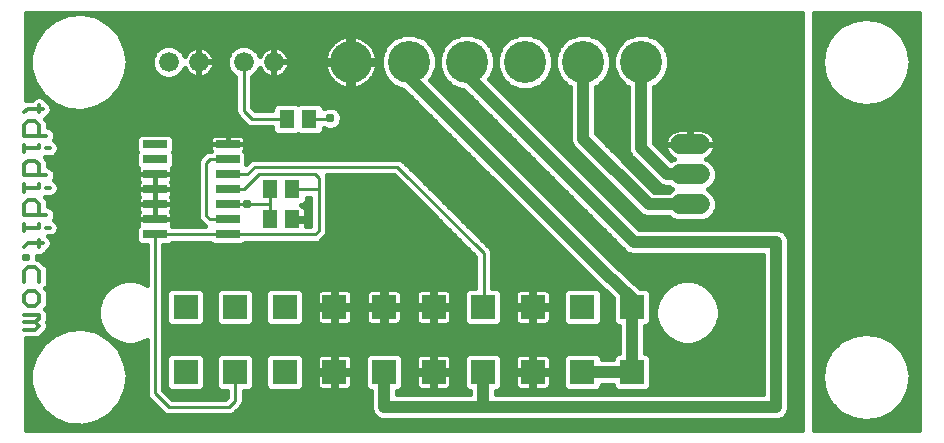
<source format=gtl>
G75*
%MOIN*%
%OFA0B0*%
%FSLAX24Y24*%
%IPPOS*%
%LPD*%
%AMOC8*
5,1,8,0,0,1.08239X$1,22.5*
%
%ADD10C,0.0130*%
%ADD11R,0.0800X0.0260*%
%ADD12C,0.0660*%
%ADD13C,0.1400*%
%ADD14R,0.0827X0.0827*%
%ADD15C,0.0660*%
%ADD16R,0.0512X0.0591*%
%ADD17C,0.0160*%
%ADD18C,0.0310*%
%ADD19C,0.0100*%
%ADD20C,0.0400*%
%ADD21C,0.2540*%
D10*
X000620Y004008D02*
X000985Y004008D01*
X001107Y004130D01*
X000985Y004252D01*
X000620Y004252D01*
X000620Y004495D02*
X001107Y004495D01*
X001107Y004373D01*
X000985Y004252D01*
X000985Y004800D02*
X000742Y004800D01*
X000620Y004922D01*
X000620Y005165D01*
X000742Y005287D01*
X000985Y005287D01*
X001107Y005165D01*
X001107Y004922D01*
X000985Y004800D01*
X001107Y005592D02*
X001107Y005957D01*
X000985Y006079D01*
X000742Y006079D01*
X000620Y005957D01*
X000620Y005592D01*
X000620Y006353D02*
X000620Y006475D01*
X000742Y006475D01*
X000742Y006353D01*
X000620Y006353D01*
X000620Y006759D02*
X000742Y006881D01*
X001229Y006881D01*
X001107Y007003D02*
X001107Y006759D01*
X000620Y007287D02*
X000620Y007531D01*
X000620Y007409D02*
X001107Y007409D01*
X001107Y007531D01*
X001351Y007409D02*
X001472Y007409D01*
X001351Y007835D02*
X000620Y007835D01*
X000620Y008201D01*
X000742Y008322D01*
X000985Y008322D01*
X001107Y008201D01*
X001107Y007835D01*
X000620Y008607D02*
X000620Y008850D01*
X000620Y008729D02*
X001107Y008729D01*
X001107Y008850D01*
X001351Y008729D02*
X001472Y008729D01*
X001351Y009155D02*
X000620Y009155D01*
X000620Y009521D01*
X000742Y009642D01*
X000985Y009642D01*
X001107Y009521D01*
X001107Y009155D01*
X001107Y010048D02*
X000620Y010048D01*
X000620Y009927D02*
X000620Y010170D01*
X000620Y010475D02*
X000620Y010840D01*
X000742Y010962D01*
X000985Y010962D01*
X001107Y010840D01*
X001107Y010475D01*
X001351Y010475D02*
X000620Y010475D01*
X001107Y010170D02*
X001107Y010048D01*
X001351Y010048D02*
X001472Y010048D01*
X001107Y011246D02*
X001107Y011490D01*
X001229Y011368D02*
X000742Y011368D01*
X000620Y011246D01*
D11*
X004970Y010180D03*
X004970Y009680D03*
X004970Y009180D03*
X004970Y008680D03*
X004970Y008180D03*
X004970Y007680D03*
X004970Y007180D03*
X007390Y007180D03*
X007390Y007680D03*
X007390Y008180D03*
X007390Y008680D03*
X007390Y009180D03*
X007390Y009680D03*
X007390Y010180D03*
D12*
X022475Y010180D02*
X023135Y010180D01*
X023135Y009180D02*
X022475Y009180D01*
X022475Y008180D02*
X023135Y008180D01*
D13*
X021180Y012930D03*
X019243Y012930D03*
X017305Y012930D03*
X015368Y012930D03*
X013430Y012930D03*
X011493Y012930D03*
D14*
X010950Y004763D03*
X012603Y004763D03*
X014257Y004763D03*
X015910Y004763D03*
X017564Y004763D03*
X019217Y004763D03*
X020871Y004763D03*
X020871Y002597D03*
X019217Y002597D03*
X017564Y002597D03*
X015910Y002597D03*
X014257Y002597D03*
X012603Y002597D03*
X010950Y002597D03*
X009296Y002597D03*
X007643Y002597D03*
X005989Y002597D03*
X005989Y004763D03*
X007643Y004763D03*
X009296Y004763D03*
D15*
X008930Y012930D03*
X007930Y012930D03*
X006430Y012930D03*
X005430Y012930D03*
D16*
X009371Y011033D03*
X010119Y011033D03*
X009554Y008680D03*
X008806Y008680D03*
X008806Y007680D03*
X009554Y007680D03*
D17*
X000660Y003713D02*
X000660Y000660D01*
X026555Y000660D01*
X026555Y014570D01*
X000660Y014570D01*
X000660Y011654D01*
X000683Y011663D01*
X000863Y011663D01*
X000940Y011740D01*
X001048Y011785D01*
X001166Y011785D01*
X001274Y011740D01*
X001357Y011657D01*
X001369Y011630D01*
X001396Y011618D01*
X001479Y011535D01*
X001524Y011427D01*
X001524Y011310D01*
X001479Y011201D01*
X001396Y011118D01*
X001369Y011107D01*
X001357Y011079D01*
X001321Y011043D01*
X001357Y011007D01*
X001402Y010899D01*
X001402Y010770D01*
X001409Y010770D01*
X001518Y010725D01*
X001601Y010642D01*
X001646Y010534D01*
X001646Y010416D01*
X001603Y010314D01*
X001639Y010299D01*
X001722Y010216D01*
X001767Y010107D01*
X001767Y009990D01*
X001722Y009881D01*
X001639Y009798D01*
X001531Y009753D01*
X001292Y009753D01*
X001291Y009754D01*
X001357Y009688D01*
X001402Y009579D01*
X001402Y009450D01*
X001409Y009450D01*
X001518Y009405D01*
X001601Y009322D01*
X001646Y009214D01*
X001646Y009097D01*
X001603Y008994D01*
X001639Y008979D01*
X001722Y008896D01*
X001767Y008787D01*
X001767Y008670D01*
X001722Y008562D01*
X001639Y008479D01*
X001531Y008434D01*
X001292Y008434D01*
X001291Y008434D01*
X001357Y008368D01*
X001402Y008259D01*
X001402Y008130D01*
X001409Y008130D01*
X001518Y008086D01*
X001601Y008003D01*
X001646Y007894D01*
X001646Y007777D01*
X001603Y007674D01*
X001639Y007659D01*
X001722Y007576D01*
X001767Y007468D01*
X001767Y007350D01*
X001722Y007242D01*
X001639Y007159D01*
X001531Y007114D01*
X001413Y007114D01*
X001479Y007048D01*
X001524Y006940D01*
X001524Y006822D01*
X001479Y006714D01*
X001396Y006631D01*
X001369Y006619D01*
X001357Y006592D01*
X001274Y006509D01*
X001166Y006464D01*
X001048Y006464D01*
X001037Y006469D01*
X001037Y006374D01*
X001044Y006374D01*
X001090Y006355D01*
X001152Y006329D01*
X001152Y006329D01*
X001154Y006327D01*
X001357Y006124D01*
X001402Y006016D01*
X001402Y005533D01*
X001357Y005425D01*
X001311Y005378D01*
X001357Y005332D01*
X001402Y005224D01*
X001402Y004863D01*
X001357Y004755D01*
X001311Y004708D01*
X001357Y004662D01*
X001402Y004554D01*
X001402Y004315D01*
X001376Y004252D01*
X001402Y004188D01*
X001402Y004071D01*
X001383Y004025D01*
X001357Y003963D01*
X001357Y003963D01*
X001356Y003961D01*
X001274Y003880D01*
X001274Y003880D01*
X001235Y003841D01*
X001152Y003758D01*
X001044Y003713D01*
X000660Y003713D01*
X000660Y003667D02*
X001396Y003667D01*
X001235Y003539D02*
X000961Y003137D01*
X000818Y002673D01*
X000818Y002187D01*
X000961Y001723D01*
X000961Y001723D01*
X001235Y001321D01*
X001615Y001018D01*
X002067Y000841D01*
X002552Y000805D01*
X003026Y000913D01*
X003446Y001156D01*
X003777Y001512D01*
X003988Y001950D01*
X004060Y002430D01*
X003988Y002910D01*
X003777Y003348D01*
X003777Y003348D01*
X003446Y003704D01*
X003026Y003947D01*
X003026Y003947D01*
X002552Y004055D01*
X002067Y004019D01*
X001615Y003842D01*
X001235Y003539D01*
X001235Y003539D01*
X001215Y003509D02*
X000660Y003509D01*
X000660Y003350D02*
X001106Y003350D01*
X000998Y003192D02*
X000660Y003192D01*
X000660Y003033D02*
X000929Y003033D01*
X000961Y003137D02*
X000961Y003137D01*
X000880Y002875D02*
X000660Y002875D01*
X000660Y002716D02*
X000831Y002716D01*
X000818Y002558D02*
X000660Y002558D01*
X000660Y002399D02*
X000818Y002399D01*
X000818Y002241D02*
X000660Y002241D01*
X000660Y002082D02*
X000851Y002082D01*
X000900Y001924D02*
X000660Y001924D01*
X000660Y001765D02*
X000948Y001765D01*
X001041Y001607D02*
X000660Y001607D01*
X000660Y001448D02*
X001149Y001448D01*
X001235Y001321D02*
X001235Y001321D01*
X001235Y001321D01*
X001275Y001290D02*
X000660Y001290D01*
X000660Y001131D02*
X001474Y001131D01*
X001615Y001018D02*
X001615Y001018D01*
X001732Y000973D02*
X000660Y000973D01*
X000660Y000814D02*
X002426Y000814D01*
X002593Y000814D02*
X026555Y000814D01*
X026555Y000973D02*
X003129Y000973D01*
X003026Y000913D02*
X003026Y000913D01*
X003404Y001131D02*
X012294Y001131D01*
X012239Y001186D02*
X012360Y001065D01*
X012518Y001000D01*
X025766Y001000D01*
X025924Y001065D01*
X026045Y001186D01*
X026110Y001344D01*
X026110Y007016D01*
X026045Y007174D01*
X025924Y007295D01*
X025766Y007360D01*
X021108Y007360D01*
X016110Y012358D01*
X016156Y012403D01*
X016297Y012745D01*
X016297Y013115D01*
X016156Y013457D01*
X015894Y013718D01*
X015552Y013860D01*
X015183Y013860D01*
X014841Y013718D01*
X014579Y013457D01*
X014438Y013115D01*
X014438Y012745D01*
X014579Y012403D01*
X014841Y012142D01*
X015183Y012000D01*
X015252Y012000D01*
X020686Y006565D01*
X020844Y006500D01*
X025250Y006500D01*
X025250Y001860D01*
X016340Y001860D01*
X016340Y001954D01*
X016419Y001954D01*
X016554Y002089D01*
X016554Y003106D01*
X016419Y003241D01*
X015402Y003241D01*
X015267Y003106D01*
X015267Y002089D01*
X015402Y001954D01*
X015480Y001954D01*
X015480Y001860D01*
X013033Y001860D01*
X013033Y001954D01*
X013112Y001954D01*
X013247Y002089D01*
X013247Y003106D01*
X013112Y003241D01*
X012095Y003241D01*
X011960Y003106D01*
X011960Y002089D01*
X012095Y001954D01*
X012173Y001954D01*
X012173Y001344D01*
X012239Y001186D01*
X012196Y001290D02*
X007685Y001290D01*
X007589Y001193D02*
X007801Y001405D01*
X007880Y001484D01*
X007923Y001587D01*
X007923Y001954D01*
X008151Y001954D01*
X008286Y002089D01*
X008286Y003106D01*
X008151Y003241D01*
X007134Y003241D01*
X006999Y003106D01*
X006999Y002089D01*
X007134Y001954D01*
X007363Y001954D01*
X007363Y001759D01*
X007314Y001710D01*
X005546Y001710D01*
X005250Y002006D01*
X005250Y006820D01*
X005465Y006820D01*
X005545Y006900D01*
X006815Y006900D01*
X006895Y006820D01*
X007885Y006820D01*
X007965Y006900D01*
X010361Y006900D01*
X010464Y006943D01*
X010542Y007021D01*
X010667Y007146D01*
X010710Y007249D01*
X010710Y008736D01*
X010710Y009111D01*
X010694Y009150D01*
X012939Y009150D01*
X015650Y006439D01*
X015650Y005406D01*
X015402Y005406D01*
X015267Y005271D01*
X015267Y004254D01*
X015402Y004119D01*
X016419Y004119D01*
X016554Y004254D01*
X016554Y005271D01*
X016419Y005406D01*
X016210Y005406D01*
X016210Y006611D01*
X016167Y006714D01*
X016089Y006792D01*
X013292Y009589D01*
X013214Y009667D01*
X013111Y009710D01*
X008249Y009710D01*
X008146Y009667D01*
X008068Y009589D01*
X008020Y009541D01*
X008020Y009905D01*
X007953Y009972D01*
X007958Y009981D01*
X007970Y010026D01*
X007970Y010180D01*
X007970Y010334D01*
X007958Y010379D01*
X007934Y010421D01*
X007901Y010454D01*
X007859Y010478D01*
X007814Y010490D01*
X007390Y010490D01*
X007390Y010180D01*
X007390Y010180D01*
X007970Y010180D01*
X007390Y010180D01*
X007390Y010180D01*
X007390Y010180D01*
X006810Y010180D01*
X006810Y010334D01*
X006822Y010379D01*
X006846Y010421D01*
X006879Y010454D01*
X006921Y010478D01*
X006966Y010490D01*
X007390Y010490D01*
X007390Y010180D01*
X006810Y010180D01*
X006810Y010026D01*
X006822Y009981D01*
X006827Y009972D01*
X006815Y009960D01*
X006749Y009960D01*
X006646Y009917D01*
X006521Y009792D01*
X006443Y009714D01*
X006400Y009611D01*
X006400Y007749D01*
X006443Y007646D01*
X006568Y007521D01*
X006629Y007460D01*
X005545Y007460D01*
X005533Y007472D01*
X005538Y007481D01*
X005550Y007526D01*
X005550Y007680D01*
X005550Y007834D01*
X005538Y007879D01*
X005514Y007921D01*
X005505Y007930D01*
X005514Y007939D01*
X005538Y007981D01*
X005550Y008026D01*
X005550Y008180D01*
X005550Y008334D01*
X005538Y008379D01*
X005514Y008421D01*
X005505Y008430D01*
X005514Y008439D01*
X005538Y008481D01*
X005550Y008526D01*
X005550Y008680D01*
X005550Y008834D01*
X005538Y008879D01*
X005514Y008921D01*
X005505Y008930D01*
X005514Y008939D01*
X005538Y008981D01*
X005550Y009026D01*
X005550Y009180D01*
X005550Y009334D01*
X005538Y009379D01*
X005533Y009388D01*
X005600Y009455D01*
X005600Y009905D01*
X005575Y009930D01*
X005600Y009955D01*
X005600Y010405D01*
X005465Y010540D01*
X004475Y010540D01*
X004340Y010405D01*
X004340Y009955D01*
X004365Y009930D01*
X004340Y009905D01*
X004340Y009455D01*
X004407Y009388D01*
X004402Y009379D01*
X004390Y009334D01*
X004390Y009180D01*
X004970Y009180D01*
X005550Y009180D01*
X004970Y009180D01*
X004970Y009180D01*
X004970Y009180D01*
X004970Y008870D01*
X004970Y008680D01*
X005550Y008680D01*
X004970Y008680D01*
X004970Y008680D01*
X004970Y008680D01*
X004970Y008680D01*
X004390Y008680D01*
X004390Y008834D01*
X004402Y008879D01*
X004426Y008921D01*
X004435Y008930D01*
X004426Y008939D01*
X004402Y008981D01*
X004390Y009026D01*
X004390Y009180D01*
X004970Y009180D01*
X004970Y009180D01*
X004970Y008680D01*
X004970Y008370D01*
X004970Y008180D01*
X005550Y008180D01*
X004970Y008180D01*
X004970Y008180D01*
X004970Y008180D01*
X004970Y008180D01*
X004390Y008180D01*
X004390Y008334D01*
X004402Y008379D01*
X004426Y008421D01*
X004435Y008430D01*
X004426Y008439D01*
X004402Y008481D01*
X004390Y008526D01*
X004390Y008680D01*
X004970Y008680D01*
X004970Y008680D01*
X004970Y008180D01*
X004970Y007990D01*
X004970Y007680D01*
X005550Y007680D01*
X004970Y007680D01*
X004970Y007680D01*
X004970Y007680D01*
X004970Y007680D01*
X004390Y007680D01*
X004390Y007834D01*
X004402Y007879D01*
X004426Y007921D01*
X004435Y007930D01*
X004426Y007939D01*
X004402Y007981D01*
X004390Y008026D01*
X004390Y008180D01*
X004970Y008180D01*
X004970Y008180D01*
X004970Y007680D01*
X004390Y007680D01*
X004390Y007526D01*
X004402Y007481D01*
X004407Y007472D01*
X004340Y007405D01*
X004340Y006955D01*
X004475Y006820D01*
X004690Y006820D01*
X004690Y005499D01*
X004552Y005579D01*
X004280Y005652D01*
X003998Y005652D01*
X003725Y005579D01*
X003481Y005438D01*
X003282Y005239D01*
X003141Y004995D01*
X003068Y004723D01*
X003068Y004441D01*
X003141Y004168D01*
X003282Y003924D01*
X003481Y003725D01*
X003725Y003584D01*
X003998Y003511D01*
X004280Y003511D01*
X004552Y003584D01*
X004690Y003664D01*
X004690Y001834D01*
X004733Y001731D01*
X005193Y001271D01*
X005271Y001193D01*
X005374Y001150D01*
X007486Y001150D01*
X007589Y001193D01*
X007844Y001448D02*
X012173Y001448D01*
X012173Y001607D02*
X007923Y001607D01*
X007923Y001765D02*
X012173Y001765D01*
X012173Y001924D02*
X007923Y001924D01*
X008279Y002082D02*
X008659Y002082D01*
X008653Y002089D02*
X008787Y001954D01*
X009805Y001954D01*
X009940Y002089D01*
X009940Y003106D01*
X009805Y003241D01*
X008787Y003241D01*
X008653Y003106D01*
X008653Y002089D01*
X008653Y002241D02*
X008286Y002241D01*
X008286Y002399D02*
X008653Y002399D01*
X008653Y002558D02*
X008286Y002558D01*
X008286Y002716D02*
X008653Y002716D01*
X008653Y002875D02*
X008286Y002875D01*
X008286Y003033D02*
X008653Y003033D01*
X008738Y003192D02*
X008200Y003192D01*
X007085Y003192D02*
X006547Y003192D01*
X006498Y003241D02*
X006632Y003106D01*
X006632Y002089D01*
X006498Y001954D01*
X005480Y001954D01*
X005346Y002089D01*
X005346Y003106D01*
X005480Y003241D01*
X006498Y003241D01*
X006632Y003033D02*
X006999Y003033D01*
X006999Y002875D02*
X006632Y002875D01*
X006632Y002716D02*
X006999Y002716D01*
X006999Y002558D02*
X006632Y002558D01*
X006632Y002399D02*
X006999Y002399D01*
X006999Y002241D02*
X006632Y002241D01*
X006626Y002082D02*
X007006Y002082D01*
X007363Y001924D02*
X005332Y001924D01*
X005352Y002082D02*
X005250Y002082D01*
X005250Y002241D02*
X005346Y002241D01*
X005346Y002399D02*
X005250Y002399D01*
X005250Y002558D02*
X005346Y002558D01*
X005346Y002716D02*
X005250Y002716D01*
X005250Y002875D02*
X005346Y002875D01*
X005346Y003033D02*
X005250Y003033D01*
X005250Y003192D02*
X005431Y003192D01*
X005250Y003350D02*
X020441Y003350D01*
X020441Y003241D02*
X020362Y003241D01*
X020228Y003106D01*
X020228Y003027D01*
X019861Y003027D01*
X019861Y003106D01*
X019726Y003241D01*
X018709Y003241D01*
X018574Y003106D01*
X018574Y002089D01*
X018709Y001954D01*
X019726Y001954D01*
X019861Y002089D01*
X019861Y002167D01*
X020228Y002167D01*
X020228Y002089D01*
X020362Y001954D01*
X021380Y001954D01*
X021514Y002089D01*
X021514Y003106D01*
X021380Y003241D01*
X021301Y003241D01*
X021301Y004119D01*
X021380Y004119D01*
X021514Y004254D01*
X021514Y005271D01*
X021380Y005406D01*
X021128Y005406D01*
X021115Y005420D01*
X021107Y005423D01*
X020229Y006240D01*
X014142Y012326D01*
X014218Y012403D01*
X014360Y012745D01*
X014360Y013115D01*
X014218Y013457D01*
X013957Y013718D01*
X013615Y013860D01*
X013245Y013860D01*
X012903Y013718D01*
X012642Y013457D01*
X012500Y013115D01*
X012500Y012745D01*
X012642Y012403D01*
X012903Y012142D01*
X013245Y012000D01*
X013252Y012000D01*
X019571Y005681D01*
X019575Y005673D01*
X019631Y005620D01*
X019686Y005565D01*
X019694Y005562D01*
X020228Y005066D01*
X020228Y004254D01*
X020362Y004119D01*
X020441Y004119D01*
X020441Y003241D01*
X020313Y003192D02*
X019775Y003192D01*
X019861Y003033D02*
X020228Y003033D01*
X021301Y003350D02*
X025250Y003350D01*
X025250Y003192D02*
X021429Y003192D01*
X021514Y003033D02*
X025250Y003033D01*
X025250Y002875D02*
X021514Y002875D01*
X021514Y002716D02*
X025250Y002716D01*
X025250Y002558D02*
X021514Y002558D01*
X021514Y002399D02*
X025250Y002399D01*
X025250Y002241D02*
X021514Y002241D01*
X021508Y002082D02*
X025250Y002082D01*
X025250Y001924D02*
X016340Y001924D01*
X016547Y002082D02*
X017001Y002082D01*
X017006Y002073D02*
X017040Y002040D01*
X017081Y002016D01*
X017127Y002004D01*
X017506Y002004D01*
X017506Y002540D01*
X016970Y002540D01*
X016970Y002160D01*
X016983Y002114D01*
X017006Y002073D01*
X016970Y002241D02*
X016554Y002241D01*
X016554Y002399D02*
X016970Y002399D01*
X016554Y002558D02*
X017506Y002558D01*
X017506Y002540D02*
X017506Y002655D01*
X016970Y002655D01*
X016970Y003034D01*
X016983Y003080D01*
X017006Y003121D01*
X017040Y003155D01*
X017081Y003178D01*
X017127Y003191D01*
X017506Y003191D01*
X017506Y002655D01*
X017622Y002655D01*
X018157Y002655D01*
X018157Y003034D01*
X018145Y003080D01*
X018121Y003121D01*
X018088Y003155D01*
X018047Y003178D01*
X018001Y003191D01*
X017622Y003191D01*
X017622Y002655D01*
X017622Y002540D01*
X018157Y002540D01*
X018157Y002160D01*
X018145Y002114D01*
X018121Y002073D01*
X018088Y002040D01*
X018047Y002016D01*
X018001Y002004D01*
X017622Y002004D01*
X017622Y002540D01*
X017506Y002540D01*
X017622Y002558D02*
X018574Y002558D01*
X018574Y002716D02*
X018157Y002716D01*
X018157Y002875D02*
X018574Y002875D01*
X018574Y003033D02*
X018157Y003033D01*
X018660Y003192D02*
X016468Y003192D01*
X016554Y003033D02*
X016970Y003033D01*
X016970Y002875D02*
X016554Y002875D01*
X016554Y002716D02*
X016970Y002716D01*
X017506Y002716D02*
X017622Y002716D01*
X017622Y002875D02*
X017506Y002875D01*
X017506Y003033D02*
X017622Y003033D01*
X017622Y002399D02*
X017506Y002399D01*
X017506Y002241D02*
X017622Y002241D01*
X017622Y002082D02*
X017506Y002082D01*
X018126Y002082D02*
X018581Y002082D01*
X018574Y002241D02*
X018157Y002241D01*
X018157Y002399D02*
X018574Y002399D01*
X019854Y002082D02*
X020234Y002082D01*
X020441Y003509D02*
X005250Y003509D01*
X005250Y003667D02*
X020441Y003667D01*
X020441Y003826D02*
X005250Y003826D01*
X005250Y003984D02*
X020441Y003984D01*
X020339Y004143D02*
X019749Y004143D01*
X019726Y004119D02*
X019861Y004254D01*
X019861Y005271D01*
X019726Y005406D01*
X018709Y005406D01*
X018574Y005271D01*
X018574Y004254D01*
X018709Y004119D01*
X019726Y004119D01*
X019861Y004301D02*
X020228Y004301D01*
X020228Y004460D02*
X019861Y004460D01*
X019861Y004618D02*
X020228Y004618D01*
X020228Y004777D02*
X019861Y004777D01*
X019861Y004935D02*
X020228Y004935D01*
X020198Y005094D02*
X019861Y005094D01*
X019861Y005252D02*
X020028Y005252D01*
X019857Y005411D02*
X016210Y005411D01*
X016210Y005569D02*
X019683Y005569D01*
X019524Y005728D02*
X016210Y005728D01*
X016210Y005886D02*
X019366Y005886D01*
X019207Y006045D02*
X016210Y006045D01*
X016210Y006203D02*
X019049Y006203D01*
X018890Y006362D02*
X016210Y006362D01*
X016210Y006520D02*
X018732Y006520D01*
X018573Y006679D02*
X016182Y006679D01*
X016044Y006837D02*
X018415Y006837D01*
X018256Y006996D02*
X015885Y006996D01*
X015727Y007154D02*
X018098Y007154D01*
X017939Y007313D02*
X015568Y007313D01*
X015410Y007471D02*
X017781Y007471D01*
X017622Y007630D02*
X015251Y007630D01*
X015093Y007788D02*
X017464Y007788D01*
X017305Y007947D02*
X014934Y007947D01*
X014776Y008105D02*
X017147Y008105D01*
X016988Y008264D02*
X014617Y008264D01*
X014459Y008422D02*
X016830Y008422D01*
X016671Y008581D02*
X014300Y008581D01*
X014142Y008739D02*
X016513Y008739D01*
X016354Y008898D02*
X013983Y008898D01*
X013825Y009056D02*
X016196Y009056D01*
X016037Y009215D02*
X013666Y009215D01*
X013508Y009373D02*
X015879Y009373D01*
X015720Y009532D02*
X013349Y009532D01*
X013159Y009690D02*
X015562Y009690D01*
X015403Y009849D02*
X008020Y009849D01*
X008020Y009690D02*
X008201Y009690D01*
X007965Y010007D02*
X015245Y010007D01*
X015086Y010166D02*
X007970Y010166D01*
X007970Y010324D02*
X014928Y010324D01*
X014769Y010483D02*
X007842Y010483D01*
X008044Y010795D02*
X008147Y010753D01*
X008885Y010753D01*
X008885Y010642D01*
X009020Y010507D01*
X009722Y010507D01*
X009745Y010530D01*
X009768Y010507D01*
X010470Y010507D01*
X010605Y010642D01*
X010605Y010721D01*
X010728Y010670D01*
X010882Y010670D01*
X011023Y010729D01*
X011131Y010837D01*
X011190Y010978D01*
X011190Y011132D01*
X011131Y011273D01*
X011023Y011381D01*
X010882Y011440D01*
X010728Y011440D01*
X010605Y011389D01*
X010605Y011423D01*
X010470Y011558D01*
X009768Y011558D01*
X009745Y011535D01*
X009722Y011558D01*
X009020Y011558D01*
X008885Y011423D01*
X008885Y011312D01*
X008318Y011312D01*
X008210Y011421D01*
X008210Y012440D01*
X008247Y012455D01*
X008405Y012613D01*
X008456Y012737D01*
X008457Y012734D01*
X008494Y012663D01*
X008541Y012598D01*
X008598Y012541D01*
X008663Y012494D01*
X008734Y012457D01*
X008811Y012433D01*
X008890Y012420D01*
X008912Y012420D01*
X008912Y012912D01*
X008948Y012912D01*
X008948Y012948D01*
X008912Y012948D01*
X008912Y013440D01*
X008890Y013440D01*
X008811Y013427D01*
X008734Y013403D01*
X008663Y013366D01*
X008598Y013319D01*
X008541Y013262D01*
X008494Y013197D01*
X008457Y013126D01*
X008456Y013123D01*
X008405Y013247D01*
X008247Y013405D01*
X008041Y013490D01*
X007819Y013490D01*
X007613Y013405D01*
X007455Y013247D01*
X007370Y013041D01*
X007370Y012819D01*
X007455Y012613D01*
X007613Y012455D01*
X007650Y012440D01*
X007650Y011249D01*
X007693Y011146D01*
X007771Y011068D01*
X008044Y010795D01*
X008040Y010800D02*
X001402Y010800D01*
X001378Y010958D02*
X007881Y010958D01*
X007723Y011117D02*
X001392Y011117D01*
X001510Y011275D02*
X007650Y011275D01*
X007650Y011434D02*
X003062Y011434D01*
X003026Y011413D02*
X003446Y011656D01*
X003777Y012012D01*
X003988Y012450D01*
X004060Y012930D01*
X003988Y013410D01*
X003777Y013848D01*
X003777Y013848D01*
X003446Y014204D01*
X003026Y014447D01*
X003026Y014447D01*
X002552Y014555D01*
X002067Y014519D01*
X001615Y014342D01*
X001235Y014039D01*
X001235Y014039D01*
X001235Y014039D01*
X000961Y013637D01*
X000818Y013173D01*
X000818Y012687D01*
X000961Y012223D01*
X000961Y012223D01*
X001235Y011821D01*
X001615Y011518D01*
X002067Y011341D01*
X002067Y011341D01*
X002552Y011305D01*
X003026Y011413D01*
X003026Y011413D01*
X002552Y011305D02*
X002552Y011305D01*
X003336Y011592D02*
X007650Y011592D01*
X007650Y011751D02*
X003534Y011751D01*
X003446Y011656D02*
X003446Y011656D01*
X003446Y011656D01*
X003681Y011909D02*
X007650Y011909D01*
X007650Y012068D02*
X003804Y012068D01*
X003777Y012012D02*
X003777Y012012D01*
X003880Y012226D02*
X007650Y012226D01*
X007650Y012385D02*
X005576Y012385D01*
X005541Y012370D02*
X005747Y012455D01*
X005905Y012613D01*
X005956Y012737D01*
X005957Y012734D01*
X005994Y012663D01*
X006041Y012598D01*
X006098Y012541D01*
X006163Y012494D01*
X006234Y012457D01*
X006311Y012433D01*
X006390Y012420D01*
X006412Y012420D01*
X006412Y012912D01*
X006448Y012912D01*
X006448Y012948D01*
X006412Y012948D01*
X006412Y013440D01*
X006390Y013440D01*
X006311Y013427D01*
X006234Y013403D01*
X006163Y013366D01*
X006098Y013319D01*
X006041Y013262D01*
X005994Y013197D01*
X005957Y013126D01*
X005956Y013123D01*
X005905Y013247D01*
X005747Y013405D01*
X005541Y013490D01*
X005319Y013490D01*
X005113Y013405D01*
X004955Y013247D01*
X004870Y013041D01*
X004870Y012819D01*
X004955Y012613D01*
X005113Y012455D01*
X005319Y012370D01*
X005541Y012370D01*
X005284Y012385D02*
X003956Y012385D01*
X003988Y012450D02*
X003988Y012450D01*
X004002Y012543D02*
X005025Y012543D01*
X004918Y012702D02*
X004026Y012702D01*
X004049Y012860D02*
X004870Y012860D01*
X004870Y013019D02*
X004047Y013019D01*
X004023Y013177D02*
X004926Y013177D01*
X005044Y013336D02*
X003999Y013336D01*
X003988Y013410D02*
X003988Y013410D01*
X003947Y013494D02*
X010816Y013494D01*
X010829Y013511D02*
X010759Y013420D01*
X010702Y013320D01*
X010657Y013213D01*
X010628Y013102D01*
X010615Y013010D01*
X011412Y013010D01*
X011412Y012850D01*
X010615Y012850D01*
X010628Y012758D01*
X010657Y012647D01*
X010702Y012540D01*
X010759Y012440D01*
X010829Y012349D01*
X010911Y012267D01*
X011003Y012197D01*
X011102Y012139D01*
X011209Y012095D01*
X011320Y012065D01*
X011413Y012053D01*
X011413Y012850D01*
X011572Y012850D01*
X011572Y012053D01*
X011665Y012065D01*
X011776Y012095D01*
X011883Y012139D01*
X011982Y012197D01*
X012074Y012267D01*
X012156Y012349D01*
X012226Y012440D01*
X012283Y012540D01*
X012328Y012647D01*
X012357Y012758D01*
X012370Y012850D01*
X011573Y012850D01*
X011573Y013010D01*
X012370Y013010D01*
X012357Y013102D01*
X012328Y013213D01*
X012283Y013320D01*
X012226Y013420D01*
X012156Y013511D01*
X012074Y013593D01*
X011982Y013663D01*
X011883Y013721D01*
X011776Y013765D01*
X011665Y013795D01*
X011572Y013807D01*
X011572Y013010D01*
X011413Y013010D01*
X011413Y013807D01*
X011320Y013795D01*
X011209Y013765D01*
X011102Y013721D01*
X011003Y013663D01*
X010911Y013593D01*
X010829Y013511D01*
X010710Y013336D02*
X009240Y013336D01*
X009262Y013319D02*
X009197Y013366D01*
X009126Y013403D01*
X009049Y013427D01*
X008970Y013440D01*
X008948Y013440D01*
X008948Y012948D01*
X009440Y012948D01*
X009440Y012970D01*
X009427Y013049D01*
X009403Y013126D01*
X009366Y013197D01*
X009319Y013262D01*
X009262Y013319D01*
X009377Y013177D02*
X010648Y013177D01*
X010617Y013019D02*
X009432Y013019D01*
X009440Y012912D02*
X008948Y012912D01*
X008948Y012420D01*
X008970Y012420D01*
X009049Y012433D01*
X009126Y012457D01*
X009197Y012494D01*
X009262Y012541D01*
X009319Y012598D01*
X009366Y012663D01*
X009403Y012734D01*
X009427Y012811D01*
X009440Y012890D01*
X009440Y012912D01*
X009435Y012860D02*
X011412Y012860D01*
X011413Y012702D02*
X011572Y012702D01*
X011573Y012860D02*
X012500Y012860D01*
X012500Y013019D02*
X012368Y013019D01*
X012337Y013177D02*
X012526Y013177D01*
X012591Y013336D02*
X012275Y013336D01*
X012169Y013494D02*
X012679Y013494D01*
X012837Y013653D02*
X011996Y013653D01*
X011572Y013653D02*
X011413Y013653D01*
X011413Y013494D02*
X011572Y013494D01*
X011572Y013336D02*
X011413Y013336D01*
X011413Y013177D02*
X011572Y013177D01*
X011572Y013019D02*
X011413Y013019D01*
X010643Y012702D02*
X009386Y012702D01*
X009264Y012543D02*
X010700Y012543D01*
X010802Y012385D02*
X008210Y012385D01*
X008210Y012226D02*
X010964Y012226D01*
X011311Y012068D02*
X008210Y012068D01*
X008210Y011909D02*
X013343Y011909D01*
X013501Y011751D02*
X008210Y011751D01*
X008210Y011592D02*
X013660Y011592D01*
X013818Y011434D02*
X010897Y011434D01*
X010713Y011434D02*
X010594Y011434D01*
X011129Y011275D02*
X013977Y011275D01*
X014135Y011117D02*
X011190Y011117D01*
X011182Y010958D02*
X014294Y010958D01*
X014452Y010800D02*
X011094Y010800D01*
X010604Y010641D02*
X014611Y010641D01*
X015352Y011117D02*
X016135Y011117D01*
X016294Y010958D02*
X015510Y010958D01*
X015669Y010800D02*
X016452Y010800D01*
X016611Y010641D02*
X015827Y010641D01*
X015986Y010483D02*
X016769Y010483D01*
X016928Y010324D02*
X016144Y010324D01*
X016303Y010166D02*
X017086Y010166D01*
X017245Y010007D02*
X016461Y010007D01*
X016620Y009849D02*
X017403Y009849D01*
X017562Y009690D02*
X016778Y009690D01*
X016937Y009532D02*
X017720Y009532D01*
X017879Y009373D02*
X017095Y009373D01*
X017254Y009215D02*
X018037Y009215D01*
X018196Y009056D02*
X017412Y009056D01*
X017571Y008898D02*
X018354Y008898D01*
X018513Y008739D02*
X017729Y008739D01*
X017888Y008581D02*
X018671Y008581D01*
X018830Y008422D02*
X018046Y008422D01*
X018205Y008264D02*
X018988Y008264D01*
X019147Y008105D02*
X018363Y008105D01*
X018522Y007947D02*
X019305Y007947D01*
X019464Y007788D02*
X018680Y007788D01*
X018839Y007630D02*
X019622Y007630D01*
X019781Y007471D02*
X018997Y007471D01*
X019156Y007313D02*
X019939Y007313D01*
X020098Y007154D02*
X019314Y007154D01*
X019473Y006996D02*
X020256Y006996D01*
X020415Y006837D02*
X019631Y006837D01*
X019790Y006679D02*
X020573Y006679D01*
X020796Y006520D02*
X019948Y006520D01*
X020107Y006362D02*
X025250Y006362D01*
X025250Y006203D02*
X020268Y006203D01*
X020438Y006045D02*
X025250Y006045D01*
X025250Y005886D02*
X020609Y005886D01*
X020779Y005728D02*
X025250Y005728D01*
X025250Y005569D02*
X023152Y005569D01*
X023135Y005579D02*
X022862Y005652D01*
X022580Y005652D01*
X022308Y005579D01*
X022064Y005438D01*
X021865Y005239D01*
X021724Y004995D01*
X021651Y004723D01*
X021651Y004441D01*
X021724Y004168D01*
X021865Y003924D01*
X022064Y003725D01*
X022308Y003584D01*
X022580Y003511D01*
X022862Y003511D01*
X023135Y003584D01*
X023379Y003725D01*
X023578Y003924D01*
X023719Y004168D01*
X023792Y004441D01*
X023792Y004723D01*
X023719Y004995D01*
X023578Y005239D01*
X023379Y005438D01*
X023135Y005579D01*
X023406Y005411D02*
X025250Y005411D01*
X025250Y005252D02*
X023565Y005252D01*
X023662Y005094D02*
X025250Y005094D01*
X025250Y004935D02*
X023735Y004935D01*
X023777Y004777D02*
X025250Y004777D01*
X025250Y004618D02*
X023792Y004618D01*
X023792Y004460D02*
X025250Y004460D01*
X025250Y004301D02*
X023754Y004301D01*
X023704Y004143D02*
X025250Y004143D01*
X025250Y003984D02*
X023612Y003984D01*
X023479Y003826D02*
X025250Y003826D01*
X025250Y003667D02*
X023278Y003667D01*
X022164Y003667D02*
X021301Y003667D01*
X021301Y003509D02*
X025250Y003509D01*
X026110Y003509D02*
X026555Y003509D01*
X026555Y003667D02*
X026110Y003667D01*
X026110Y003826D02*
X026555Y003826D01*
X026555Y003984D02*
X026110Y003984D01*
X026110Y004143D02*
X026555Y004143D01*
X026555Y004301D02*
X026110Y004301D01*
X026110Y004460D02*
X026555Y004460D01*
X026555Y004618D02*
X026110Y004618D01*
X026110Y004777D02*
X026555Y004777D01*
X026555Y004935D02*
X026110Y004935D01*
X026110Y005094D02*
X026555Y005094D01*
X026555Y005252D02*
X026110Y005252D01*
X026110Y005411D02*
X026555Y005411D01*
X026555Y005569D02*
X026110Y005569D01*
X026110Y005728D02*
X026555Y005728D01*
X026555Y005886D02*
X026110Y005886D01*
X026110Y006045D02*
X026555Y006045D01*
X026555Y006203D02*
X026110Y006203D01*
X026110Y006362D02*
X026555Y006362D01*
X026555Y006520D02*
X026110Y006520D01*
X026110Y006679D02*
X026555Y006679D01*
X026555Y006837D02*
X026110Y006837D01*
X026110Y006996D02*
X026555Y006996D01*
X026555Y007154D02*
X026053Y007154D01*
X025880Y007313D02*
X026555Y007313D01*
X026555Y007471D02*
X020997Y007471D01*
X020839Y007630D02*
X022341Y007630D01*
X022364Y007620D02*
X023246Y007620D01*
X023452Y007705D01*
X023610Y007863D01*
X023695Y008069D01*
X023695Y008291D01*
X023610Y008497D01*
X023452Y008655D01*
X023391Y008680D01*
X023452Y008705D01*
X023610Y008863D01*
X023695Y009069D01*
X023695Y009291D01*
X023610Y009497D01*
X023452Y009655D01*
X023328Y009706D01*
X023331Y009707D01*
X023402Y009744D01*
X023467Y009791D01*
X023524Y009848D01*
X023571Y009913D01*
X023608Y009984D01*
X023632Y010061D01*
X023645Y010140D01*
X023645Y010150D01*
X022835Y010150D01*
X022835Y010210D01*
X022775Y010210D01*
X022775Y010690D01*
X022435Y010690D01*
X022356Y010677D01*
X022279Y010653D01*
X022208Y010616D01*
X022143Y010569D01*
X022086Y010512D01*
X022039Y010447D01*
X022002Y010376D01*
X021978Y010299D01*
X021965Y010220D01*
X021965Y010210D01*
X022775Y010210D01*
X022775Y010150D01*
X021965Y010150D01*
X021965Y010140D01*
X021978Y010061D01*
X022002Y009984D01*
X022039Y009913D01*
X022086Y009848D01*
X022143Y009791D01*
X022208Y009744D01*
X022279Y009707D01*
X022282Y009706D01*
X022179Y009664D01*
X021610Y010233D01*
X021610Y012101D01*
X021707Y012142D01*
X021968Y012403D01*
X022110Y012745D01*
X022110Y013115D01*
X021968Y013457D01*
X021707Y013718D01*
X021365Y013860D01*
X020995Y013860D01*
X020653Y013718D01*
X020392Y013457D01*
X020250Y013115D01*
X020250Y012745D01*
X020392Y012403D01*
X020653Y012142D01*
X020750Y012101D01*
X020750Y009969D01*
X020815Y009811D01*
X020936Y009690D01*
X021811Y008815D01*
X021969Y008750D01*
X022113Y008750D01*
X022158Y008705D01*
X022219Y008680D01*
X022158Y008655D01*
X022113Y008610D01*
X021608Y008610D01*
X019672Y010546D01*
X019672Y012101D01*
X019769Y012142D01*
X020031Y012403D01*
X020172Y012745D01*
X020172Y013115D01*
X020031Y013457D01*
X019769Y013718D01*
X019427Y013860D01*
X019058Y013860D01*
X018716Y013718D01*
X018454Y013457D01*
X018313Y013115D01*
X018313Y012745D01*
X018454Y012403D01*
X018716Y012142D01*
X018813Y012101D01*
X018813Y010282D01*
X018878Y010124D01*
X018999Y010003D01*
X021186Y007815D01*
X021344Y007750D01*
X022113Y007750D01*
X022158Y007705D01*
X022364Y007620D01*
X023269Y007630D02*
X026555Y007630D01*
X026555Y007788D02*
X023535Y007788D01*
X023644Y007947D02*
X026555Y007947D01*
X026555Y008105D02*
X023695Y008105D01*
X023695Y008264D02*
X026555Y008264D01*
X026555Y008422D02*
X023641Y008422D01*
X023526Y008581D02*
X026555Y008581D01*
X026555Y008739D02*
X023486Y008739D01*
X023624Y008898D02*
X026555Y008898D01*
X026555Y009056D02*
X023690Y009056D01*
X023695Y009215D02*
X026555Y009215D01*
X026555Y009373D02*
X023661Y009373D01*
X023575Y009532D02*
X026555Y009532D01*
X026555Y009690D02*
X023367Y009690D01*
X023525Y009849D02*
X026555Y009849D01*
X026555Y010007D02*
X023615Y010007D01*
X023645Y010210D02*
X022835Y010210D01*
X022835Y010690D01*
X023175Y010690D01*
X023254Y010677D01*
X023331Y010653D01*
X023402Y010616D01*
X023467Y010569D01*
X023524Y010512D01*
X023571Y010447D01*
X023608Y010376D01*
X023632Y010299D01*
X023645Y010220D01*
X023645Y010210D01*
X023624Y010324D02*
X026555Y010324D01*
X026555Y010166D02*
X022835Y010166D01*
X022775Y010166D02*
X021678Y010166D01*
X021610Y010324D02*
X021986Y010324D01*
X022064Y010483D02*
X021610Y010483D01*
X021610Y010641D02*
X022256Y010641D01*
X022775Y010641D02*
X022835Y010641D01*
X022835Y010483D02*
X022775Y010483D01*
X022775Y010324D02*
X022835Y010324D01*
X023354Y010641D02*
X026555Y010641D01*
X026555Y010483D02*
X023546Y010483D01*
X022243Y009690D02*
X022153Y009690D01*
X022085Y009849D02*
X021995Y009849D01*
X021995Y010007D02*
X021836Y010007D01*
X021095Y009532D02*
X020687Y009532D01*
X020528Y009690D02*
X020937Y009690D01*
X020800Y009849D02*
X020370Y009849D01*
X020211Y010007D02*
X020750Y010007D01*
X020750Y010166D02*
X020053Y010166D01*
X019894Y010324D02*
X020750Y010324D01*
X020750Y010483D02*
X019736Y010483D01*
X019672Y010641D02*
X020750Y010641D01*
X020750Y010800D02*
X019672Y010800D01*
X019672Y010958D02*
X020750Y010958D01*
X020750Y011117D02*
X019672Y011117D01*
X019672Y011275D02*
X020750Y011275D01*
X020750Y011434D02*
X019672Y011434D01*
X019672Y011592D02*
X020750Y011592D01*
X020750Y011751D02*
X019672Y011751D01*
X019672Y011909D02*
X020750Y011909D01*
X020750Y012068D02*
X019672Y012068D01*
X019854Y012226D02*
X020569Y012226D01*
X020410Y012385D02*
X020012Y012385D01*
X020089Y012543D02*
X020334Y012543D01*
X020268Y012702D02*
X020154Y012702D01*
X020172Y012860D02*
X020250Y012860D01*
X020250Y013019D02*
X020172Y013019D01*
X020147Y013177D02*
X020276Y013177D01*
X020341Y013336D02*
X020081Y013336D01*
X019994Y013494D02*
X020429Y013494D01*
X020587Y013653D02*
X019835Y013653D01*
X019546Y013811D02*
X020877Y013811D01*
X021483Y013811D02*
X026555Y013811D01*
X026555Y013653D02*
X021773Y013653D01*
X021931Y013494D02*
X026555Y013494D01*
X026555Y013336D02*
X022019Y013336D01*
X022084Y013177D02*
X026555Y013177D01*
X026555Y013019D02*
X022110Y013019D01*
X022110Y012860D02*
X026555Y012860D01*
X026555Y012702D02*
X022092Y012702D01*
X022026Y012543D02*
X026555Y012543D01*
X026555Y012385D02*
X021950Y012385D01*
X021791Y012226D02*
X026555Y012226D01*
X026555Y012068D02*
X021610Y012068D01*
X021610Y011909D02*
X026555Y011909D01*
X026555Y011751D02*
X021610Y011751D01*
X021610Y011592D02*
X026555Y011592D01*
X026555Y011434D02*
X021610Y011434D01*
X021610Y011275D02*
X026555Y011275D01*
X026930Y011275D02*
X030442Y011275D01*
X030442Y011434D02*
X026930Y011434D01*
X026930Y011592D02*
X028086Y011592D01*
X028223Y011522D02*
X027810Y011733D01*
X027810Y011733D01*
X027483Y012060D01*
X027483Y012060D01*
X027272Y012473D01*
X027272Y012473D01*
X027200Y012930D01*
X027200Y012930D01*
X027272Y013387D01*
X027272Y013387D01*
X027483Y013800D01*
X027483Y013800D01*
X027810Y014127D01*
X027810Y014127D01*
X028223Y014338D01*
X028223Y014338D01*
X028680Y014410D01*
X028680Y014410D01*
X029137Y014338D01*
X029137Y014338D01*
X029550Y014127D01*
X029550Y014127D01*
X029877Y013800D01*
X029877Y013800D01*
X030088Y013387D01*
X030160Y012930D01*
X030160Y012930D01*
X030088Y012473D01*
X029877Y012060D01*
X029550Y011733D01*
X029550Y011733D01*
X029137Y011522D01*
X029137Y011522D01*
X028680Y011450D01*
X028680Y011450D01*
X028223Y011522D01*
X028223Y011522D01*
X027792Y011751D02*
X026930Y011751D01*
X026930Y011909D02*
X027634Y011909D01*
X027479Y012068D02*
X026930Y012068D01*
X026930Y012226D02*
X027398Y012226D01*
X027317Y012385D02*
X026930Y012385D01*
X026930Y012543D02*
X027261Y012543D01*
X027236Y012702D02*
X026930Y012702D01*
X026930Y012860D02*
X027211Y012860D01*
X027214Y013019D02*
X026930Y013019D01*
X026930Y013177D02*
X027239Y013177D01*
X027264Y013336D02*
X026930Y013336D01*
X026930Y013494D02*
X027327Y013494D01*
X027408Y013653D02*
X026930Y013653D01*
X026930Y013811D02*
X027494Y013811D01*
X027652Y013970D02*
X026930Y013970D01*
X026930Y014128D02*
X027811Y014128D01*
X028122Y014287D02*
X026930Y014287D01*
X026930Y014445D02*
X030442Y014445D01*
X030442Y014570D02*
X030442Y000660D01*
X026930Y000660D01*
X026930Y014570D01*
X030442Y014570D01*
X030442Y014287D02*
X029238Y014287D01*
X029549Y014128D02*
X030442Y014128D01*
X030442Y013970D02*
X029708Y013970D01*
X029866Y013811D02*
X030442Y013811D01*
X030442Y013653D02*
X029952Y013653D01*
X030033Y013494D02*
X030442Y013494D01*
X030442Y013336D02*
X030096Y013336D01*
X030088Y013387D02*
X030088Y013387D01*
X030121Y013177D02*
X030442Y013177D01*
X030442Y013019D02*
X030146Y013019D01*
X030149Y012860D02*
X030442Y012860D01*
X030442Y012702D02*
X030124Y012702D01*
X030099Y012543D02*
X030442Y012543D01*
X030442Y012385D02*
X030043Y012385D01*
X029962Y012226D02*
X030442Y012226D01*
X030442Y012068D02*
X029881Y012068D01*
X029726Y011909D02*
X030442Y011909D01*
X030442Y011751D02*
X029568Y011751D01*
X029274Y011592D02*
X030442Y011592D01*
X030442Y011117D02*
X026930Y011117D01*
X026930Y010958D02*
X030442Y010958D01*
X030442Y010800D02*
X026930Y010800D01*
X026930Y010641D02*
X030442Y010641D01*
X030442Y010483D02*
X026930Y010483D01*
X026930Y010324D02*
X030442Y010324D01*
X030442Y010166D02*
X029258Y010166D01*
X029141Y010233D02*
X029399Y010084D01*
X029609Y009874D01*
X029758Y009616D01*
X029835Y009329D01*
X029835Y009031D01*
X029758Y008744D01*
X029609Y008486D01*
X029399Y008276D01*
X029141Y008127D01*
X028854Y008050D01*
X028556Y008050D01*
X028269Y008127D01*
X028011Y008276D01*
X027801Y008486D01*
X027652Y008744D01*
X027575Y009031D01*
X027575Y009329D01*
X027652Y009616D01*
X027801Y009874D01*
X028011Y010084D01*
X028269Y010233D01*
X028556Y010310D01*
X028854Y010310D01*
X029141Y010233D01*
X029476Y010007D02*
X030442Y010007D01*
X030442Y009849D02*
X029624Y009849D01*
X029715Y009690D02*
X030442Y009690D01*
X030442Y009532D02*
X029781Y009532D01*
X029823Y009373D02*
X030442Y009373D01*
X030442Y009215D02*
X029835Y009215D01*
X029835Y009056D02*
X030442Y009056D01*
X030442Y008898D02*
X029799Y008898D01*
X029755Y008739D02*
X030442Y008739D01*
X030442Y008581D02*
X029664Y008581D01*
X029545Y008422D02*
X030442Y008422D01*
X030442Y008264D02*
X029378Y008264D01*
X029059Y008105D02*
X030442Y008105D01*
X030442Y007947D02*
X026930Y007947D01*
X026930Y008105D02*
X028351Y008105D01*
X028032Y008264D02*
X026930Y008264D01*
X026930Y008422D02*
X027865Y008422D01*
X027746Y008581D02*
X026930Y008581D01*
X026930Y008739D02*
X027655Y008739D01*
X027611Y008898D02*
X026930Y008898D01*
X026930Y009056D02*
X027575Y009056D01*
X027575Y009215D02*
X026930Y009215D01*
X026930Y009373D02*
X027587Y009373D01*
X027629Y009532D02*
X026930Y009532D01*
X026930Y009690D02*
X027695Y009690D01*
X027786Y009849D02*
X026930Y009849D01*
X026930Y010007D02*
X027934Y010007D01*
X028152Y010166D02*
X026930Y010166D01*
X026555Y010800D02*
X021610Y010800D01*
X021610Y010958D02*
X026555Y010958D01*
X026555Y011117D02*
X021610Y011117D01*
X019153Y009849D02*
X018620Y009849D01*
X018461Y010007D02*
X018995Y010007D01*
X018861Y010166D02*
X018303Y010166D01*
X018144Y010324D02*
X018813Y010324D01*
X018813Y010483D02*
X017986Y010483D01*
X017827Y010641D02*
X018813Y010641D01*
X018813Y010800D02*
X017669Y010800D01*
X017510Y010958D02*
X018813Y010958D01*
X018813Y011117D02*
X017352Y011117D01*
X017193Y011275D02*
X018813Y011275D01*
X018813Y011434D02*
X017035Y011434D01*
X016876Y011592D02*
X018813Y011592D01*
X018813Y011751D02*
X016718Y011751D01*
X016559Y011909D02*
X018813Y011909D01*
X018813Y012068D02*
X017653Y012068D01*
X017490Y012000D02*
X017120Y012000D01*
X016778Y012142D01*
X016517Y012403D01*
X016375Y012745D01*
X016375Y013115D01*
X016517Y013457D01*
X016778Y013718D01*
X017120Y013860D01*
X017490Y013860D01*
X017832Y013718D01*
X018093Y013457D01*
X018235Y013115D01*
X018235Y012745D01*
X018093Y012403D01*
X017832Y012142D01*
X017490Y012000D01*
X017916Y012226D02*
X018631Y012226D01*
X018473Y012385D02*
X018075Y012385D01*
X018151Y012543D02*
X018396Y012543D01*
X018331Y012702D02*
X018217Y012702D01*
X018235Y012860D02*
X018313Y012860D01*
X018313Y013019D02*
X018235Y013019D01*
X018209Y013177D02*
X018338Y013177D01*
X018404Y013336D02*
X018144Y013336D01*
X018056Y013494D02*
X018491Y013494D01*
X018650Y013653D02*
X017898Y013653D01*
X017608Y013811D02*
X018939Y013811D01*
X017002Y013811D02*
X015671Y013811D01*
X015960Y013653D02*
X016712Y013653D01*
X016554Y013494D02*
X016119Y013494D01*
X016206Y013336D02*
X016466Y013336D01*
X016401Y013177D02*
X016272Y013177D01*
X016297Y013019D02*
X016375Y013019D01*
X016375Y012860D02*
X016297Y012860D01*
X016279Y012702D02*
X016393Y012702D01*
X016459Y012543D02*
X016214Y012543D01*
X016137Y012385D02*
X016535Y012385D01*
X016694Y012226D02*
X016242Y012226D01*
X016401Y012068D02*
X016957Y012068D01*
X015818Y011434D02*
X015035Y011434D01*
X014876Y011592D02*
X015660Y011592D01*
X015501Y011751D02*
X014718Y011751D01*
X014559Y011909D02*
X015343Y011909D01*
X015020Y012068D02*
X014401Y012068D01*
X014242Y012226D02*
X014756Y012226D01*
X014598Y012385D02*
X014200Y012385D01*
X014276Y012543D02*
X014521Y012543D01*
X014456Y012702D02*
X014342Y012702D01*
X014360Y012860D02*
X014438Y012860D01*
X014438Y013019D02*
X014360Y013019D01*
X014334Y013177D02*
X014463Y013177D01*
X014529Y013336D02*
X014269Y013336D01*
X014181Y013494D02*
X014616Y013494D01*
X014775Y013653D02*
X014023Y013653D01*
X013733Y013811D02*
X015064Y013811D01*
X013127Y013811D02*
X003795Y013811D01*
X003871Y013653D02*
X010989Y013653D01*
X012342Y012702D02*
X012518Y012702D01*
X012584Y012543D02*
X012285Y012543D01*
X012183Y012385D02*
X012660Y012385D01*
X012819Y012226D02*
X012021Y012226D01*
X011674Y012068D02*
X013082Y012068D01*
X011572Y012068D02*
X011413Y012068D01*
X011413Y012226D02*
X011572Y012226D01*
X011572Y012385D02*
X011413Y012385D01*
X011413Y012543D02*
X011572Y012543D01*
X008948Y012543D02*
X008912Y012543D01*
X008912Y012702D02*
X008948Y012702D01*
X008948Y012860D02*
X008912Y012860D01*
X008912Y013019D02*
X008948Y013019D01*
X008948Y013177D02*
X008912Y013177D01*
X008912Y013336D02*
X008948Y013336D01*
X008620Y013336D02*
X008316Y013336D01*
X008434Y013177D02*
X008483Y013177D01*
X008474Y012702D02*
X008441Y012702D01*
X008335Y012543D02*
X008596Y012543D01*
X007525Y012543D02*
X006764Y012543D01*
X006762Y012541D02*
X006819Y012598D01*
X006866Y012663D01*
X006903Y012734D01*
X006927Y012811D01*
X006940Y012890D01*
X006940Y012912D01*
X006448Y012912D01*
X006448Y012420D01*
X006470Y012420D01*
X006549Y012433D01*
X006626Y012457D01*
X006697Y012494D01*
X006762Y012541D01*
X006886Y012702D02*
X007418Y012702D01*
X007370Y012860D02*
X006935Y012860D01*
X006940Y012948D02*
X006940Y012970D01*
X006927Y013049D01*
X006903Y013126D01*
X006866Y013197D01*
X006819Y013262D01*
X006762Y013319D01*
X006697Y013366D01*
X006626Y013403D01*
X006549Y013427D01*
X006470Y013440D01*
X006448Y013440D01*
X006448Y012948D01*
X006940Y012948D01*
X006932Y013019D02*
X007370Y013019D01*
X007426Y013177D02*
X006877Y013177D01*
X006740Y013336D02*
X007544Y013336D01*
X006448Y013336D02*
X006412Y013336D01*
X006412Y013177D02*
X006448Y013177D01*
X006448Y013019D02*
X006412Y013019D01*
X006412Y012860D02*
X006448Y012860D01*
X006448Y012702D02*
X006412Y012702D01*
X006412Y012543D02*
X006448Y012543D01*
X006096Y012543D02*
X005835Y012543D01*
X005941Y012702D02*
X005974Y012702D01*
X005983Y013177D02*
X005934Y013177D01*
X005816Y013336D02*
X006120Y013336D01*
X003664Y013970D02*
X026555Y013970D01*
X026555Y014128D02*
X003517Y014128D01*
X003446Y014204D02*
X003446Y014204D01*
X003304Y014287D02*
X026555Y014287D01*
X026555Y014445D02*
X003029Y014445D01*
X002552Y014555D02*
X002552Y014555D01*
X002067Y014519D02*
X002067Y014519D01*
X001878Y014445D02*
X000660Y014445D01*
X000660Y014287D02*
X001546Y014287D01*
X001615Y014342D02*
X001615Y014342D01*
X001347Y014128D02*
X000660Y014128D01*
X000660Y013970D02*
X001188Y013970D01*
X001080Y013811D02*
X000660Y013811D01*
X000660Y013653D02*
X000972Y013653D01*
X000961Y013637D02*
X000961Y013637D01*
X000917Y013494D02*
X000660Y013494D01*
X000660Y013336D02*
X000868Y013336D01*
X000819Y013177D02*
X000660Y013177D01*
X000660Y013019D02*
X000818Y013019D01*
X000818Y012860D02*
X000660Y012860D01*
X000660Y012702D02*
X000818Y012702D01*
X000863Y012543D02*
X000660Y012543D01*
X000660Y012385D02*
X000912Y012385D01*
X000960Y012226D02*
X000660Y012226D01*
X000660Y012068D02*
X001067Y012068D01*
X001175Y011909D02*
X000660Y011909D01*
X000660Y011751D02*
X000965Y011751D01*
X001235Y011821D02*
X001235Y011821D01*
X001235Y011821D01*
X001249Y011751D02*
X001324Y011751D01*
X001422Y011592D02*
X001523Y011592D01*
X001615Y011518D02*
X001615Y011518D01*
X001521Y011434D02*
X001831Y011434D01*
X001601Y010641D02*
X008886Y010641D01*
X007390Y010483D02*
X007390Y010483D01*
X007390Y010324D02*
X007390Y010324D01*
X006938Y010483D02*
X005523Y010483D01*
X005600Y010324D02*
X006810Y010324D01*
X006810Y010166D02*
X005600Y010166D01*
X005600Y010007D02*
X006815Y010007D01*
X006578Y009849D02*
X005600Y009849D01*
X005600Y009690D02*
X006433Y009690D01*
X006400Y009532D02*
X005600Y009532D01*
X005539Y009373D02*
X006400Y009373D01*
X006400Y009215D02*
X005550Y009215D01*
X005550Y009056D02*
X006400Y009056D01*
X006400Y008898D02*
X005527Y008898D01*
X005550Y008739D02*
X006400Y008739D01*
X006400Y008581D02*
X005550Y008581D01*
X005513Y008422D02*
X006400Y008422D01*
X006400Y008264D02*
X005550Y008264D01*
X005550Y008105D02*
X006400Y008105D01*
X006400Y007947D02*
X005518Y007947D01*
X005550Y007788D02*
X006400Y007788D01*
X006460Y007630D02*
X005550Y007630D01*
X005534Y007471D02*
X006618Y007471D01*
X006878Y006837D02*
X005482Y006837D01*
X005250Y006679D02*
X015411Y006679D01*
X015569Y006520D02*
X005250Y006520D01*
X005250Y006362D02*
X015650Y006362D01*
X015650Y006203D02*
X005250Y006203D01*
X005250Y006045D02*
X015650Y006045D01*
X015650Y005886D02*
X005250Y005886D01*
X005250Y005728D02*
X015650Y005728D01*
X015650Y005569D02*
X005250Y005569D01*
X005250Y005411D02*
X015650Y005411D01*
X015267Y005252D02*
X014834Y005252D01*
X014838Y005246D02*
X014814Y005287D01*
X014781Y005320D01*
X014740Y005344D01*
X014694Y005356D01*
X014315Y005356D01*
X014315Y004820D01*
X014850Y004820D01*
X014850Y005200D01*
X014838Y005246D01*
X014850Y005094D02*
X015267Y005094D01*
X015267Y004935D02*
X014850Y004935D01*
X015267Y004777D02*
X014315Y004777D01*
X014315Y004820D02*
X014315Y004705D01*
X014850Y004705D01*
X014850Y004326D01*
X014838Y004280D01*
X014814Y004239D01*
X014781Y004205D01*
X014740Y004182D01*
X014694Y004169D01*
X014315Y004169D01*
X014315Y004705D01*
X014199Y004705D01*
X013663Y004705D01*
X013663Y004326D01*
X013676Y004280D01*
X013699Y004239D01*
X013733Y004205D01*
X013774Y004182D01*
X013820Y004169D01*
X014199Y004169D01*
X014199Y004705D01*
X014199Y004820D01*
X013663Y004820D01*
X013663Y005200D01*
X013676Y005246D01*
X013699Y005287D01*
X013733Y005320D01*
X013774Y005344D01*
X013820Y005356D01*
X014199Y005356D01*
X014199Y004820D01*
X014315Y004820D01*
X014315Y004935D02*
X014199Y004935D01*
X014199Y004777D02*
X012661Y004777D01*
X012661Y004820D02*
X013197Y004820D01*
X013197Y005200D01*
X013184Y005246D01*
X013161Y005287D01*
X013127Y005320D01*
X013086Y005344D01*
X013040Y005356D01*
X012661Y005356D01*
X012661Y004820D01*
X012661Y004705D01*
X013197Y004705D01*
X013197Y004326D01*
X013184Y004280D01*
X013161Y004239D01*
X013127Y004205D01*
X013086Y004182D01*
X013040Y004169D01*
X012661Y004169D01*
X012661Y004705D01*
X012545Y004705D01*
X012010Y004705D01*
X012010Y004326D01*
X012022Y004280D01*
X012046Y004239D01*
X012079Y004205D01*
X012120Y004182D01*
X012166Y004169D01*
X012545Y004169D01*
X012545Y004705D01*
X012545Y004820D01*
X012010Y004820D01*
X012010Y005200D01*
X012022Y005246D01*
X012046Y005287D01*
X012079Y005320D01*
X012120Y005344D01*
X012166Y005356D01*
X012545Y005356D01*
X012545Y004820D01*
X012661Y004820D01*
X012661Y004935D02*
X012545Y004935D01*
X012545Y004777D02*
X011007Y004777D01*
X011007Y004820D02*
X011543Y004820D01*
X011543Y005200D01*
X011531Y005246D01*
X011507Y005287D01*
X011474Y005320D01*
X011433Y005344D01*
X011387Y005356D01*
X011007Y005356D01*
X011007Y004820D01*
X011007Y004705D01*
X011007Y004169D01*
X011387Y004169D01*
X011433Y004182D01*
X011474Y004205D01*
X011507Y004239D01*
X011531Y004280D01*
X011543Y004326D01*
X011543Y004705D01*
X011007Y004705D01*
X010892Y004705D01*
X010356Y004705D01*
X010356Y004326D01*
X010369Y004280D01*
X010392Y004239D01*
X010426Y004205D01*
X010467Y004182D01*
X010513Y004169D01*
X010892Y004169D01*
X010892Y004705D01*
X010892Y004820D01*
X010356Y004820D01*
X010356Y005200D01*
X010369Y005246D01*
X010392Y005287D01*
X010426Y005320D01*
X010467Y005344D01*
X010513Y005356D01*
X010892Y005356D01*
X010892Y004820D01*
X011007Y004820D01*
X011007Y004935D02*
X010892Y004935D01*
X010892Y004777D02*
X009940Y004777D01*
X009940Y004935D02*
X010356Y004935D01*
X010356Y005094D02*
X009940Y005094D01*
X009940Y005252D02*
X010372Y005252D01*
X009940Y005271D02*
X009805Y005406D01*
X008787Y005406D01*
X008653Y005271D01*
X008653Y004254D01*
X008787Y004119D01*
X009805Y004119D01*
X009940Y004254D01*
X009940Y005271D01*
X009940Y004618D02*
X010356Y004618D01*
X010356Y004460D02*
X009940Y004460D01*
X009940Y004301D02*
X010363Y004301D01*
X010892Y004301D02*
X011007Y004301D01*
X011007Y004460D02*
X010892Y004460D01*
X010892Y004618D02*
X011007Y004618D01*
X011543Y004618D02*
X012010Y004618D01*
X012010Y004460D02*
X011543Y004460D01*
X011536Y004301D02*
X012016Y004301D01*
X012545Y004301D02*
X012661Y004301D01*
X012661Y004460D02*
X012545Y004460D01*
X012545Y004618D02*
X012661Y004618D01*
X013197Y004618D02*
X013663Y004618D01*
X013663Y004460D02*
X013197Y004460D01*
X013190Y004301D02*
X013670Y004301D01*
X014199Y004301D02*
X014315Y004301D01*
X014315Y004460D02*
X014199Y004460D01*
X014199Y004618D02*
X014315Y004618D01*
X014850Y004618D02*
X015267Y004618D01*
X015267Y004460D02*
X014850Y004460D01*
X014844Y004301D02*
X015267Y004301D01*
X015378Y004143D02*
X009828Y004143D01*
X008764Y004143D02*
X008174Y004143D01*
X008151Y004119D02*
X008286Y004254D01*
X008286Y005271D01*
X008151Y005406D01*
X007134Y005406D01*
X006999Y005271D01*
X006999Y004254D01*
X007134Y004119D01*
X008151Y004119D01*
X008286Y004301D02*
X008653Y004301D01*
X008653Y004460D02*
X008286Y004460D01*
X008286Y004618D02*
X008653Y004618D01*
X008653Y004777D02*
X008286Y004777D01*
X008286Y004935D02*
X008653Y004935D01*
X008653Y005094D02*
X008286Y005094D01*
X008286Y005252D02*
X008653Y005252D01*
X006999Y005252D02*
X006632Y005252D01*
X006632Y005271D02*
X006498Y005406D01*
X005480Y005406D01*
X005346Y005271D01*
X005346Y004254D01*
X005480Y004119D01*
X006498Y004119D01*
X006632Y004254D01*
X006632Y005271D01*
X006632Y005094D02*
X006999Y005094D01*
X006999Y004935D02*
X006632Y004935D01*
X006632Y004777D02*
X006999Y004777D01*
X006999Y004618D02*
X006632Y004618D01*
X006632Y004460D02*
X006999Y004460D01*
X006999Y004301D02*
X006632Y004301D01*
X006521Y004143D02*
X007111Y004143D01*
X005457Y004143D02*
X005250Y004143D01*
X005250Y004301D02*
X005346Y004301D01*
X005346Y004460D02*
X005250Y004460D01*
X005250Y004618D02*
X005346Y004618D01*
X005346Y004777D02*
X005250Y004777D01*
X005250Y004935D02*
X005346Y004935D01*
X005346Y005094D02*
X005250Y005094D01*
X005250Y005252D02*
X005346Y005252D01*
X004690Y005569D02*
X004569Y005569D01*
X004690Y005728D02*
X001402Y005728D01*
X001402Y005886D02*
X004690Y005886D01*
X004690Y006045D02*
X001390Y006045D01*
X001278Y006203D02*
X004690Y006203D01*
X004690Y006362D02*
X001074Y006362D01*
X001285Y006520D02*
X004690Y006520D01*
X004690Y006679D02*
X001444Y006679D01*
X001524Y006837D02*
X004458Y006837D01*
X004340Y006996D02*
X001501Y006996D01*
X001628Y007154D02*
X004340Y007154D01*
X004340Y007313D02*
X001752Y007313D01*
X001766Y007471D02*
X004406Y007471D01*
X004390Y007630D02*
X001669Y007630D01*
X001646Y007788D02*
X004390Y007788D01*
X004422Y007947D02*
X001624Y007947D01*
X001471Y008105D02*
X004390Y008105D01*
X004390Y008264D02*
X001400Y008264D01*
X001303Y008422D02*
X004427Y008422D01*
X004390Y008581D02*
X001730Y008581D01*
X001767Y008739D02*
X004390Y008739D01*
X004413Y008898D02*
X001721Y008898D01*
X001629Y009056D02*
X004390Y009056D01*
X004390Y009215D02*
X001645Y009215D01*
X001550Y009373D02*
X004401Y009373D01*
X004340Y009532D02*
X001402Y009532D01*
X001355Y009690D02*
X004340Y009690D01*
X004340Y009849D02*
X001690Y009849D01*
X001767Y010007D02*
X004340Y010007D01*
X004340Y010166D02*
X001743Y010166D01*
X001607Y010324D02*
X004340Y010324D01*
X004417Y010483D02*
X001646Y010483D01*
X004970Y009056D02*
X004970Y009056D01*
X004970Y008898D02*
X004970Y008898D01*
X004970Y008739D02*
X004970Y008739D01*
X004970Y008581D02*
X004970Y008581D01*
X004970Y008422D02*
X004970Y008422D01*
X004970Y008264D02*
X004970Y008264D01*
X004970Y008105D02*
X004970Y008105D01*
X004970Y007947D02*
X004970Y007947D01*
X004970Y007788D02*
X004970Y007788D01*
X007902Y006837D02*
X015252Y006837D01*
X015094Y006996D02*
X010516Y006996D01*
X010671Y007154D02*
X014935Y007154D01*
X014777Y007313D02*
X010710Y007313D01*
X010710Y007471D02*
X014618Y007471D01*
X014460Y007630D02*
X010710Y007630D01*
X010710Y007788D02*
X014301Y007788D01*
X014143Y007947D02*
X010710Y007947D01*
X010710Y008105D02*
X013984Y008105D01*
X013826Y008264D02*
X010710Y008264D01*
X010710Y008422D02*
X013667Y008422D01*
X013509Y008581D02*
X010710Y008581D01*
X010710Y008739D02*
X013350Y008739D01*
X013192Y008898D02*
X010710Y008898D01*
X010710Y009056D02*
X013033Y009056D01*
X010150Y008400D02*
X010150Y007460D01*
X009990Y007460D01*
X009990Y007632D01*
X009602Y007632D01*
X009602Y007728D01*
X009990Y007728D01*
X009990Y007999D01*
X009978Y008045D01*
X009954Y008086D01*
X009920Y008119D01*
X009879Y008143D01*
X009836Y008155D01*
X009905Y008155D01*
X010040Y008289D01*
X010040Y008400D01*
X010150Y008400D01*
X010150Y008264D02*
X010014Y008264D01*
X009935Y008105D02*
X010150Y008105D01*
X010150Y007947D02*
X009990Y007947D01*
X009990Y007788D02*
X010150Y007788D01*
X010150Y007630D02*
X009990Y007630D01*
X009990Y007471D02*
X010150Y007471D01*
X010892Y005252D02*
X011007Y005252D01*
X011007Y005094D02*
X010892Y005094D01*
X011543Y005094D02*
X012010Y005094D01*
X012026Y005252D02*
X011527Y005252D01*
X011543Y004935D02*
X012010Y004935D01*
X012545Y005094D02*
X012661Y005094D01*
X012661Y005252D02*
X012545Y005252D01*
X013181Y005252D02*
X013679Y005252D01*
X013663Y005094D02*
X013197Y005094D01*
X013197Y004935D02*
X013663Y004935D01*
X014199Y005094D02*
X014315Y005094D01*
X014315Y005252D02*
X014199Y005252D01*
X016442Y004143D02*
X018686Y004143D01*
X018574Y004301D02*
X018151Y004301D01*
X018145Y004280D02*
X018157Y004326D01*
X018157Y004705D01*
X017622Y004705D01*
X017622Y004820D01*
X018157Y004820D01*
X018157Y005200D01*
X018145Y005246D01*
X018121Y005287D01*
X018088Y005320D01*
X018047Y005344D01*
X018001Y005356D01*
X017622Y005356D01*
X017622Y004820D01*
X017506Y004820D01*
X017506Y004705D01*
X016970Y004705D01*
X016970Y004326D01*
X016983Y004280D01*
X017006Y004239D01*
X017040Y004205D01*
X017081Y004182D01*
X017127Y004169D01*
X017506Y004169D01*
X017506Y004705D01*
X017622Y004705D01*
X017622Y004169D01*
X018001Y004169D01*
X018047Y004182D01*
X018088Y004205D01*
X018121Y004239D01*
X018145Y004280D01*
X018157Y004460D02*
X018574Y004460D01*
X018574Y004618D02*
X018157Y004618D01*
X018574Y004777D02*
X017622Y004777D01*
X017506Y004777D02*
X016554Y004777D01*
X016554Y004935D02*
X016970Y004935D01*
X016970Y004820D02*
X017506Y004820D01*
X017506Y005356D01*
X017127Y005356D01*
X017081Y005344D01*
X017040Y005320D01*
X017006Y005287D01*
X016983Y005246D01*
X016970Y005200D01*
X016970Y004820D01*
X016970Y004618D02*
X016554Y004618D01*
X016554Y004460D02*
X016970Y004460D01*
X016977Y004301D02*
X016554Y004301D01*
X017506Y004301D02*
X017622Y004301D01*
X017622Y004460D02*
X017506Y004460D01*
X017506Y004618D02*
X017622Y004618D01*
X017622Y004935D02*
X017506Y004935D01*
X017506Y005094D02*
X017622Y005094D01*
X017622Y005252D02*
X017506Y005252D01*
X016986Y005252D02*
X016554Y005252D01*
X016554Y005094D02*
X016970Y005094D01*
X018141Y005252D02*
X018574Y005252D01*
X018574Y005094D02*
X018157Y005094D01*
X018157Y004935D02*
X018574Y004935D01*
X020950Y005569D02*
X022291Y005569D01*
X022036Y005411D02*
X021124Y005411D01*
X021514Y005252D02*
X021878Y005252D01*
X021781Y005094D02*
X021514Y005094D01*
X021514Y004935D02*
X021708Y004935D01*
X021665Y004777D02*
X021514Y004777D01*
X021514Y004618D02*
X021651Y004618D01*
X021651Y004460D02*
X021514Y004460D01*
X021514Y004301D02*
X021688Y004301D01*
X021739Y004143D02*
X021403Y004143D01*
X021301Y003984D02*
X021830Y003984D01*
X021963Y003826D02*
X021301Y003826D01*
X026110Y003350D02*
X026555Y003350D01*
X026555Y003192D02*
X026110Y003192D01*
X026110Y003033D02*
X026555Y003033D01*
X026555Y002875D02*
X026110Y002875D01*
X026110Y002716D02*
X026555Y002716D01*
X026555Y002558D02*
X026110Y002558D01*
X026110Y002399D02*
X026555Y002399D01*
X026555Y002241D02*
X026110Y002241D01*
X026110Y002082D02*
X026555Y002082D01*
X026555Y001924D02*
X026110Y001924D01*
X026110Y001765D02*
X026555Y001765D01*
X026555Y001607D02*
X026110Y001607D01*
X026110Y001448D02*
X026555Y001448D01*
X026555Y001290D02*
X026087Y001290D01*
X025989Y001131D02*
X026555Y001131D01*
X026930Y001131D02*
X028010Y001131D01*
X027810Y001233D02*
X028223Y001022D01*
X028680Y000950D01*
X029137Y001022D01*
X029137Y001022D01*
X029550Y001233D01*
X029877Y001560D01*
X030088Y001973D01*
X030160Y002430D01*
X030088Y002887D01*
X030088Y002887D01*
X029877Y003300D01*
X029550Y003627D01*
X029137Y003838D01*
X028680Y003910D01*
X028223Y003838D01*
X027810Y003627D01*
X027483Y003300D01*
X027272Y002887D01*
X027200Y002430D01*
X027200Y002430D01*
X027272Y001973D01*
X027483Y001560D01*
X027810Y001233D01*
X027753Y001290D02*
X026930Y001290D01*
X026930Y001448D02*
X027595Y001448D01*
X027483Y001560D02*
X027483Y001560D01*
X027459Y001607D02*
X026930Y001607D01*
X026930Y001765D02*
X027378Y001765D01*
X027297Y001924D02*
X026930Y001924D01*
X026930Y002082D02*
X027255Y002082D01*
X027230Y002241D02*
X026930Y002241D01*
X026930Y002399D02*
X027205Y002399D01*
X027220Y002558D02*
X026930Y002558D01*
X026930Y002716D02*
X027245Y002716D01*
X027270Y002875D02*
X026930Y002875D01*
X026930Y003033D02*
X027347Y003033D01*
X027272Y002887D02*
X027272Y002887D01*
X027427Y003192D02*
X026930Y003192D01*
X026930Y003350D02*
X027533Y003350D01*
X027483Y003300D02*
X027483Y003300D01*
X027691Y003509D02*
X026930Y003509D01*
X026930Y003667D02*
X027888Y003667D01*
X027810Y003627D02*
X027810Y003627D01*
X028199Y003826D02*
X026930Y003826D01*
X026930Y003984D02*
X030442Y003984D01*
X030442Y003826D02*
X029161Y003826D01*
X029137Y003838D02*
X029137Y003838D01*
X029472Y003667D02*
X030442Y003667D01*
X030442Y003509D02*
X029669Y003509D01*
X029550Y003627D02*
X029550Y003627D01*
X029827Y003350D02*
X030442Y003350D01*
X030442Y003192D02*
X029933Y003192D01*
X029877Y003300D02*
X029877Y003300D01*
X030013Y003033D02*
X030442Y003033D01*
X030442Y002875D02*
X030090Y002875D01*
X030115Y002716D02*
X030442Y002716D01*
X030442Y002558D02*
X030140Y002558D01*
X030155Y002399D02*
X030442Y002399D01*
X030442Y002241D02*
X030130Y002241D01*
X030105Y002082D02*
X030442Y002082D01*
X030442Y001924D02*
X030063Y001924D01*
X030088Y001973D02*
X030088Y001973D01*
X029982Y001765D02*
X030442Y001765D01*
X030442Y001607D02*
X029901Y001607D01*
X029877Y001560D02*
X029877Y001560D01*
X029765Y001448D02*
X030442Y001448D01*
X030442Y001290D02*
X029607Y001290D01*
X029550Y001233D02*
X029550Y001233D01*
X029350Y001131D02*
X030442Y001131D01*
X030442Y000973D02*
X028822Y000973D01*
X028680Y000950D02*
X028680Y000950D01*
X028538Y000973D02*
X026930Y000973D01*
X026930Y000814D02*
X030442Y000814D01*
X028223Y001022D02*
X028223Y001022D01*
X028223Y003838D02*
X028223Y003838D01*
X028680Y003910D02*
X028680Y003910D01*
X026930Y004143D02*
X030442Y004143D01*
X030442Y004301D02*
X026930Y004301D01*
X026930Y004460D02*
X030442Y004460D01*
X030442Y004618D02*
X026930Y004618D01*
X026930Y004777D02*
X030442Y004777D01*
X030442Y004935D02*
X026930Y004935D01*
X026930Y005094D02*
X030442Y005094D01*
X030442Y005252D02*
X026930Y005252D01*
X026930Y005411D02*
X030442Y005411D01*
X030442Y005569D02*
X026930Y005569D01*
X026930Y005728D02*
X030442Y005728D01*
X030442Y005886D02*
X026930Y005886D01*
X026930Y006045D02*
X030442Y006045D01*
X030442Y006203D02*
X026930Y006203D01*
X026930Y006362D02*
X030442Y006362D01*
X030442Y006520D02*
X026930Y006520D01*
X026930Y006679D02*
X030442Y006679D01*
X030442Y006837D02*
X026930Y006837D01*
X026930Y006996D02*
X030442Y006996D01*
X030442Y007154D02*
X026930Y007154D01*
X026930Y007313D02*
X030442Y007313D01*
X030442Y007471D02*
X026930Y007471D01*
X026930Y007630D02*
X030442Y007630D01*
X030442Y007788D02*
X026930Y007788D01*
X022124Y008739D02*
X021479Y008739D01*
X021321Y008898D02*
X021729Y008898D01*
X021571Y009056D02*
X021162Y009056D01*
X021004Y009215D02*
X021412Y009215D01*
X021254Y009373D02*
X020845Y009373D01*
X020104Y008898D02*
X019571Y008898D01*
X019412Y009056D02*
X019946Y009056D01*
X019787Y009215D02*
X019254Y009215D01*
X019095Y009373D02*
X019629Y009373D01*
X019470Y009532D02*
X018937Y009532D01*
X018778Y009690D02*
X019312Y009690D01*
X019729Y008739D02*
X020263Y008739D01*
X020421Y008581D02*
X019888Y008581D01*
X020046Y008422D02*
X020580Y008422D01*
X020738Y008264D02*
X020205Y008264D01*
X020363Y008105D02*
X020897Y008105D01*
X021055Y007947D02*
X020522Y007947D01*
X020680Y007788D02*
X021253Y007788D01*
X015977Y011275D02*
X015193Y011275D01*
X008896Y011434D02*
X008210Y011434D01*
X003708Y005569D02*
X001402Y005569D01*
X001343Y005411D02*
X003454Y005411D01*
X003295Y005252D02*
X001390Y005252D01*
X001402Y005094D02*
X003198Y005094D01*
X003125Y004935D02*
X001402Y004935D01*
X001366Y004777D02*
X003083Y004777D01*
X003068Y004618D02*
X001375Y004618D01*
X001402Y004460D02*
X003068Y004460D01*
X003106Y004301D02*
X001396Y004301D01*
X001402Y004143D02*
X003156Y004143D01*
X003248Y003984D02*
X002865Y003984D01*
X002552Y004055D02*
X002552Y004055D01*
X002067Y004019D02*
X002067Y004019D01*
X001978Y003984D02*
X001366Y003984D01*
X001220Y003826D02*
X001595Y003826D01*
X001615Y003842D02*
X001615Y003842D01*
X003236Y003826D02*
X003381Y003826D01*
X003446Y003704D02*
X003446Y003704D01*
X003481Y003667D02*
X003582Y003667D01*
X003628Y003509D02*
X004690Y003509D01*
X004690Y003350D02*
X003775Y003350D01*
X003852Y003192D02*
X004690Y003192D01*
X004690Y003033D02*
X003929Y003033D01*
X003988Y002910D02*
X003988Y002910D01*
X003993Y002875D02*
X004690Y002875D01*
X004690Y002716D02*
X004017Y002716D01*
X004041Y002558D02*
X004690Y002558D01*
X004690Y002399D02*
X004055Y002399D01*
X004031Y002241D02*
X004690Y002241D01*
X004690Y002082D02*
X004008Y002082D01*
X003988Y001950D02*
X003988Y001950D01*
X003975Y001924D02*
X004690Y001924D01*
X004719Y001765D02*
X003899Y001765D01*
X003822Y001607D02*
X004858Y001607D01*
X005016Y001448D02*
X003718Y001448D01*
X003777Y001512D02*
X003777Y001512D01*
X003571Y001290D02*
X005175Y001290D01*
X005491Y001765D02*
X007363Y001765D01*
X009933Y002082D02*
X010387Y002082D01*
X010392Y002073D02*
X010426Y002040D01*
X010467Y002016D01*
X010513Y002004D01*
X010892Y002004D01*
X010892Y002540D01*
X010356Y002540D01*
X010356Y002160D01*
X010369Y002114D01*
X010392Y002073D01*
X010356Y002241D02*
X009940Y002241D01*
X009940Y002399D02*
X010356Y002399D01*
X010356Y002655D02*
X010892Y002655D01*
X010892Y002540D01*
X011007Y002540D01*
X011007Y002004D01*
X011387Y002004D01*
X011433Y002016D01*
X011474Y002040D01*
X011507Y002073D01*
X011531Y002114D01*
X011543Y002160D01*
X011543Y002540D01*
X011007Y002540D01*
X011007Y002655D01*
X010892Y002655D01*
X010892Y003191D01*
X010513Y003191D01*
X010467Y003178D01*
X010426Y003155D01*
X010392Y003121D01*
X010369Y003080D01*
X010356Y003034D01*
X010356Y002655D01*
X010356Y002716D02*
X009940Y002716D01*
X009940Y002558D02*
X010892Y002558D01*
X011007Y002558D02*
X011960Y002558D01*
X011960Y002716D02*
X011543Y002716D01*
X011543Y002655D02*
X011543Y003034D01*
X011531Y003080D01*
X011507Y003121D01*
X011474Y003155D01*
X011433Y003178D01*
X011387Y003191D01*
X011007Y003191D01*
X011007Y002655D01*
X011543Y002655D01*
X011543Y002875D02*
X011960Y002875D01*
X011960Y003033D02*
X011543Y003033D01*
X012045Y003192D02*
X009854Y003192D01*
X009940Y003033D02*
X010356Y003033D01*
X010356Y002875D02*
X009940Y002875D01*
X010892Y002875D02*
X011007Y002875D01*
X011007Y003033D02*
X010892Y003033D01*
X010892Y002716D02*
X011007Y002716D01*
X011007Y002399D02*
X010892Y002399D01*
X010892Y002241D02*
X011007Y002241D01*
X011007Y002082D02*
X010892Y002082D01*
X011512Y002082D02*
X011967Y002082D01*
X011960Y002241D02*
X011543Y002241D01*
X011543Y002399D02*
X011960Y002399D01*
X013033Y001924D02*
X015480Y001924D01*
X015274Y002082D02*
X014819Y002082D01*
X014814Y002073D02*
X014838Y002114D01*
X014850Y002160D01*
X014850Y002540D01*
X014315Y002540D01*
X014315Y002655D01*
X014850Y002655D01*
X014850Y003034D01*
X014838Y003080D01*
X014814Y003121D01*
X014781Y003155D01*
X014740Y003178D01*
X014694Y003191D01*
X014315Y003191D01*
X014315Y002655D01*
X014199Y002655D01*
X014199Y002540D01*
X013663Y002540D01*
X013663Y002160D01*
X013676Y002114D01*
X013699Y002073D01*
X013733Y002040D01*
X013774Y002016D01*
X013820Y002004D01*
X014199Y002004D01*
X014199Y002540D01*
X014315Y002540D01*
X014315Y002004D01*
X014694Y002004D01*
X014740Y002016D01*
X014781Y002040D01*
X014814Y002073D01*
X014850Y002241D02*
X015267Y002241D01*
X015267Y002399D02*
X014850Y002399D01*
X015267Y002558D02*
X014315Y002558D01*
X014199Y002558D02*
X013247Y002558D01*
X013247Y002716D02*
X013663Y002716D01*
X013663Y002655D02*
X014199Y002655D01*
X014199Y003191D01*
X013820Y003191D01*
X013774Y003178D01*
X013733Y003155D01*
X013699Y003121D01*
X013676Y003080D01*
X013663Y003034D01*
X013663Y002655D01*
X013663Y002875D02*
X013247Y002875D01*
X013247Y003033D02*
X013663Y003033D01*
X013161Y003192D02*
X015352Y003192D01*
X015267Y003033D02*
X014850Y003033D01*
X014850Y002875D02*
X015267Y002875D01*
X015267Y002716D02*
X014850Y002716D01*
X014315Y002716D02*
X014199Y002716D01*
X014199Y002875D02*
X014315Y002875D01*
X014315Y003033D02*
X014199Y003033D01*
X014199Y002399D02*
X014315Y002399D01*
X014315Y002241D02*
X014199Y002241D01*
X014199Y002082D02*
X014315Y002082D01*
X013694Y002082D02*
X013240Y002082D01*
X013247Y002241D02*
X013663Y002241D01*
X013663Y002399D02*
X013247Y002399D01*
D18*
X010055Y007680D03*
X008055Y008180D03*
X010805Y011055D03*
D19*
X010783Y011033D01*
X010119Y011033D01*
X009371Y011033D02*
X008203Y011033D01*
X007930Y011305D01*
X007930Y012930D01*
X007390Y009680D02*
X006805Y009680D01*
X006680Y009555D01*
X006680Y007805D01*
X006805Y007680D01*
X007390Y007680D01*
X007390Y007180D02*
X010305Y007180D01*
X010430Y007305D01*
X010430Y008680D01*
X009554Y008680D01*
X008806Y008680D02*
X008806Y008180D01*
X008055Y008180D01*
X007390Y008180D01*
X007390Y008680D02*
X007930Y008680D01*
X008430Y009180D01*
X010305Y009180D01*
X010430Y009055D01*
X010430Y008680D01*
X008806Y008180D02*
X008806Y007680D01*
X007390Y007180D02*
X004970Y007180D01*
X004970Y001890D01*
X005430Y001430D01*
X007430Y001430D01*
X007643Y001643D01*
X007643Y002597D01*
X015910Y004763D02*
X015930Y004782D01*
X015930Y006555D01*
X013055Y009430D01*
X008305Y009430D01*
X008055Y009180D01*
X007390Y009180D01*
D20*
X013430Y012430D02*
X013430Y012930D01*
X013430Y012430D02*
X019930Y005930D01*
X020871Y005055D01*
X020871Y004763D01*
X020871Y002597D01*
X019217Y002597D01*
X015910Y002597D02*
X015910Y001430D01*
X025680Y001430D01*
X025680Y006930D01*
X020930Y006930D01*
X015368Y012493D01*
X015368Y012930D01*
X019243Y012930D02*
X019243Y010368D01*
X021430Y008180D01*
X022805Y008180D01*
X022805Y009180D02*
X022055Y009180D01*
X021180Y010055D01*
X021180Y012930D01*
X012603Y002597D02*
X012603Y001430D01*
X015910Y001430D01*
D21*
X028704Y009183D03*
M02*

</source>
